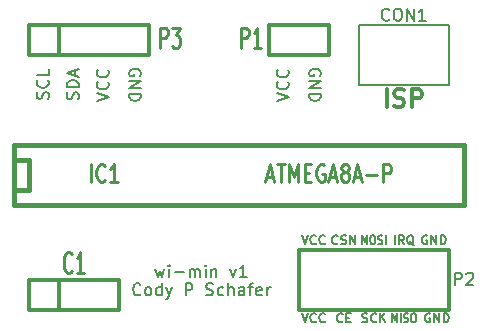
<source format=gto>
G04 (created by PCBNEW (2013-04-19 BZR 4011)-stable) date 5/10/2013 9:41:03 PM*
%MOIN*%
G04 Gerber Fmt 3.4, Leading zero omitted, Abs format*
%FSLAX34Y34*%
G01*
G70*
G90*
G04 APERTURE LIST*
%ADD10C,0.006*%
%ADD11C,0.005*%
%ADD12C,0.011811*%
%ADD13C,0.012*%
%ADD14C,0.015*%
%ADD15C,0.008*%
%ADD16C,0.0107*%
%ADD17C,0.01125*%
%ADD18C,0.0106*%
G04 APERTURE END LIST*
G54D10*
G54D11*
X77216Y-47145D02*
X77292Y-47411D01*
X77369Y-47221D01*
X77445Y-47411D01*
X77521Y-47145D01*
X77673Y-47411D02*
X77673Y-47145D01*
X77673Y-47011D02*
X77654Y-47030D01*
X77673Y-47050D01*
X77692Y-47030D01*
X77673Y-47011D01*
X77673Y-47050D01*
X77864Y-47259D02*
X78169Y-47259D01*
X78359Y-47411D02*
X78359Y-47145D01*
X78359Y-47183D02*
X78378Y-47164D01*
X78416Y-47145D01*
X78473Y-47145D01*
X78511Y-47164D01*
X78530Y-47202D01*
X78530Y-47411D01*
X78530Y-47202D02*
X78550Y-47164D01*
X78588Y-47145D01*
X78645Y-47145D01*
X78683Y-47164D01*
X78702Y-47202D01*
X78702Y-47411D01*
X78892Y-47411D02*
X78892Y-47145D01*
X78892Y-47011D02*
X78873Y-47030D01*
X78892Y-47050D01*
X78911Y-47030D01*
X78892Y-47011D01*
X78892Y-47050D01*
X79083Y-47145D02*
X79083Y-47411D01*
X79083Y-47183D02*
X79102Y-47164D01*
X79140Y-47145D01*
X79197Y-47145D01*
X79235Y-47164D01*
X79254Y-47202D01*
X79254Y-47411D01*
X79711Y-47145D02*
X79807Y-47411D01*
X79902Y-47145D01*
X80264Y-47411D02*
X80035Y-47411D01*
X80150Y-47411D02*
X80150Y-47011D01*
X80111Y-47069D01*
X80073Y-47107D01*
X80035Y-47126D01*
X76721Y-47983D02*
X76702Y-48002D01*
X76645Y-48021D01*
X76607Y-48021D01*
X76550Y-48002D01*
X76511Y-47964D01*
X76492Y-47926D01*
X76473Y-47850D01*
X76473Y-47793D01*
X76492Y-47717D01*
X76511Y-47679D01*
X76550Y-47640D01*
X76607Y-47621D01*
X76645Y-47621D01*
X76702Y-47640D01*
X76721Y-47660D01*
X76950Y-48021D02*
X76911Y-48002D01*
X76892Y-47983D01*
X76873Y-47945D01*
X76873Y-47831D01*
X76892Y-47793D01*
X76911Y-47774D01*
X76950Y-47755D01*
X77007Y-47755D01*
X77045Y-47774D01*
X77064Y-47793D01*
X77083Y-47831D01*
X77083Y-47945D01*
X77064Y-47983D01*
X77045Y-48002D01*
X77007Y-48021D01*
X76950Y-48021D01*
X77426Y-48021D02*
X77426Y-47621D01*
X77426Y-48002D02*
X77388Y-48021D01*
X77311Y-48021D01*
X77273Y-48002D01*
X77254Y-47983D01*
X77235Y-47945D01*
X77235Y-47831D01*
X77254Y-47793D01*
X77273Y-47774D01*
X77311Y-47755D01*
X77388Y-47755D01*
X77426Y-47774D01*
X77578Y-47755D02*
X77673Y-48021D01*
X77769Y-47755D02*
X77673Y-48021D01*
X77635Y-48117D01*
X77616Y-48136D01*
X77578Y-48155D01*
X78226Y-48021D02*
X78226Y-47621D01*
X78378Y-47621D01*
X78416Y-47640D01*
X78435Y-47660D01*
X78454Y-47698D01*
X78454Y-47755D01*
X78435Y-47793D01*
X78416Y-47812D01*
X78378Y-47831D01*
X78226Y-47831D01*
X78911Y-48002D02*
X78969Y-48021D01*
X79064Y-48021D01*
X79102Y-48002D01*
X79121Y-47983D01*
X79140Y-47945D01*
X79140Y-47907D01*
X79121Y-47869D01*
X79102Y-47850D01*
X79064Y-47831D01*
X78988Y-47812D01*
X78950Y-47793D01*
X78930Y-47774D01*
X78911Y-47736D01*
X78911Y-47698D01*
X78930Y-47660D01*
X78950Y-47640D01*
X78988Y-47621D01*
X79083Y-47621D01*
X79140Y-47640D01*
X79483Y-48002D02*
X79445Y-48021D01*
X79369Y-48021D01*
X79330Y-48002D01*
X79311Y-47983D01*
X79292Y-47945D01*
X79292Y-47831D01*
X79311Y-47793D01*
X79330Y-47774D01*
X79369Y-47755D01*
X79445Y-47755D01*
X79483Y-47774D01*
X79654Y-48021D02*
X79654Y-47621D01*
X79826Y-48021D02*
X79826Y-47812D01*
X79807Y-47774D01*
X79769Y-47755D01*
X79711Y-47755D01*
X79673Y-47774D01*
X79654Y-47793D01*
X80188Y-48021D02*
X80188Y-47812D01*
X80169Y-47774D01*
X80130Y-47755D01*
X80054Y-47755D01*
X80016Y-47774D01*
X80188Y-48002D02*
X80150Y-48021D01*
X80054Y-48021D01*
X80016Y-48002D01*
X79997Y-47964D01*
X79997Y-47926D01*
X80016Y-47888D01*
X80054Y-47869D01*
X80150Y-47869D01*
X80188Y-47850D01*
X80321Y-47755D02*
X80473Y-47755D01*
X80378Y-48021D02*
X80378Y-47679D01*
X80397Y-47640D01*
X80435Y-47621D01*
X80473Y-47621D01*
X80759Y-48002D02*
X80721Y-48021D01*
X80645Y-48021D01*
X80607Y-48002D01*
X80588Y-47964D01*
X80588Y-47812D01*
X80607Y-47774D01*
X80645Y-47755D01*
X80721Y-47755D01*
X80759Y-47774D01*
X80778Y-47812D01*
X80778Y-47850D01*
X80588Y-47888D01*
X80950Y-48021D02*
X80950Y-47755D01*
X80950Y-47831D02*
X80969Y-47793D01*
X80988Y-47774D01*
X81026Y-47755D01*
X81064Y-47755D01*
X83292Y-46292D02*
X83278Y-46307D01*
X83235Y-46321D01*
X83207Y-46321D01*
X83164Y-46307D01*
X83135Y-46278D01*
X83121Y-46250D01*
X83107Y-46192D01*
X83107Y-46150D01*
X83121Y-46092D01*
X83135Y-46064D01*
X83164Y-46035D01*
X83207Y-46021D01*
X83235Y-46021D01*
X83278Y-46035D01*
X83292Y-46050D01*
X83407Y-46307D02*
X83450Y-46321D01*
X83521Y-46321D01*
X83550Y-46307D01*
X83564Y-46292D01*
X83578Y-46264D01*
X83578Y-46235D01*
X83564Y-46207D01*
X83550Y-46192D01*
X83521Y-46178D01*
X83464Y-46164D01*
X83435Y-46150D01*
X83421Y-46135D01*
X83407Y-46107D01*
X83407Y-46078D01*
X83421Y-46050D01*
X83435Y-46035D01*
X83464Y-46021D01*
X83535Y-46021D01*
X83578Y-46035D01*
X83707Y-46321D02*
X83707Y-46021D01*
X83878Y-46321D01*
X83878Y-46021D01*
X84107Y-46321D02*
X84107Y-46021D01*
X84190Y-46235D01*
X84273Y-46021D01*
X84273Y-46321D01*
X84440Y-46021D02*
X84488Y-46021D01*
X84511Y-46035D01*
X84535Y-46064D01*
X84547Y-46121D01*
X84547Y-46221D01*
X84535Y-46278D01*
X84511Y-46307D01*
X84488Y-46321D01*
X84440Y-46321D01*
X84416Y-46307D01*
X84392Y-46278D01*
X84380Y-46221D01*
X84380Y-46121D01*
X84392Y-46064D01*
X84416Y-46035D01*
X84440Y-46021D01*
X84642Y-46307D02*
X84678Y-46321D01*
X84738Y-46321D01*
X84761Y-46307D01*
X84773Y-46292D01*
X84785Y-46264D01*
X84785Y-46235D01*
X84773Y-46207D01*
X84761Y-46192D01*
X84738Y-46178D01*
X84690Y-46164D01*
X84666Y-46150D01*
X84654Y-46135D01*
X84642Y-46107D01*
X84642Y-46078D01*
X84654Y-46050D01*
X84666Y-46035D01*
X84690Y-46021D01*
X84750Y-46021D01*
X84785Y-46035D01*
X84892Y-46321D02*
X84892Y-46021D01*
X85192Y-46321D02*
X85192Y-46021D01*
X85507Y-46321D02*
X85407Y-46178D01*
X85335Y-46321D02*
X85335Y-46021D01*
X85450Y-46021D01*
X85478Y-46035D01*
X85492Y-46050D01*
X85507Y-46078D01*
X85507Y-46121D01*
X85492Y-46150D01*
X85478Y-46164D01*
X85450Y-46178D01*
X85335Y-46178D01*
X85835Y-46350D02*
X85807Y-46335D01*
X85778Y-46307D01*
X85735Y-46264D01*
X85707Y-46250D01*
X85678Y-46250D01*
X85692Y-46321D02*
X85664Y-46307D01*
X85635Y-46278D01*
X85621Y-46221D01*
X85621Y-46121D01*
X85635Y-46064D01*
X85664Y-46035D01*
X85692Y-46021D01*
X85750Y-46021D01*
X85778Y-46035D01*
X85807Y-46064D01*
X85821Y-46121D01*
X85821Y-46221D01*
X85807Y-46278D01*
X85778Y-46307D01*
X85750Y-46321D01*
X85692Y-46321D01*
X86271Y-46035D02*
X86242Y-46021D01*
X86200Y-46021D01*
X86157Y-46035D01*
X86128Y-46064D01*
X86114Y-46092D01*
X86100Y-46150D01*
X86100Y-46192D01*
X86114Y-46250D01*
X86128Y-46278D01*
X86157Y-46307D01*
X86200Y-46321D01*
X86228Y-46321D01*
X86271Y-46307D01*
X86285Y-46292D01*
X86285Y-46192D01*
X86228Y-46192D01*
X86414Y-46321D02*
X86414Y-46021D01*
X86585Y-46321D01*
X86585Y-46021D01*
X86728Y-46321D02*
X86728Y-46021D01*
X86800Y-46021D01*
X86842Y-46035D01*
X86871Y-46064D01*
X86885Y-46092D01*
X86900Y-46150D01*
X86900Y-46192D01*
X86885Y-46250D01*
X86871Y-46278D01*
X86842Y-46307D01*
X86800Y-46321D01*
X86728Y-46321D01*
X86371Y-48635D02*
X86342Y-48621D01*
X86300Y-48621D01*
X86257Y-48635D01*
X86228Y-48664D01*
X86214Y-48692D01*
X86200Y-48750D01*
X86200Y-48792D01*
X86214Y-48850D01*
X86228Y-48878D01*
X86257Y-48907D01*
X86300Y-48921D01*
X86328Y-48921D01*
X86371Y-48907D01*
X86385Y-48892D01*
X86385Y-48792D01*
X86328Y-48792D01*
X86514Y-48921D02*
X86514Y-48621D01*
X86685Y-48921D01*
X86685Y-48621D01*
X86828Y-48921D02*
X86828Y-48621D01*
X86900Y-48621D01*
X86942Y-48635D01*
X86971Y-48664D01*
X86985Y-48692D01*
X87000Y-48750D01*
X87000Y-48792D01*
X86985Y-48850D01*
X86971Y-48878D01*
X86942Y-48907D01*
X86900Y-48921D01*
X86828Y-48921D01*
X85107Y-48921D02*
X85107Y-48621D01*
X85190Y-48835D01*
X85273Y-48621D01*
X85273Y-48921D01*
X85392Y-48921D02*
X85392Y-48621D01*
X85500Y-48907D02*
X85535Y-48921D01*
X85595Y-48921D01*
X85619Y-48907D01*
X85630Y-48892D01*
X85642Y-48864D01*
X85642Y-48835D01*
X85630Y-48807D01*
X85619Y-48792D01*
X85595Y-48778D01*
X85547Y-48764D01*
X85523Y-48750D01*
X85511Y-48735D01*
X85500Y-48707D01*
X85500Y-48678D01*
X85511Y-48650D01*
X85523Y-48635D01*
X85547Y-48621D01*
X85607Y-48621D01*
X85642Y-48635D01*
X85797Y-48621D02*
X85845Y-48621D01*
X85869Y-48635D01*
X85892Y-48664D01*
X85904Y-48721D01*
X85904Y-48821D01*
X85892Y-48878D01*
X85869Y-48907D01*
X85845Y-48921D01*
X85797Y-48921D01*
X85773Y-48907D01*
X85750Y-48878D01*
X85738Y-48821D01*
X85738Y-48721D01*
X85750Y-48664D01*
X85773Y-48635D01*
X85797Y-48621D01*
X83457Y-48892D02*
X83442Y-48907D01*
X83400Y-48921D01*
X83371Y-48921D01*
X83328Y-48907D01*
X83300Y-48878D01*
X83285Y-48850D01*
X83271Y-48792D01*
X83271Y-48750D01*
X83285Y-48692D01*
X83300Y-48664D01*
X83328Y-48635D01*
X83371Y-48621D01*
X83400Y-48621D01*
X83442Y-48635D01*
X83457Y-48650D01*
X83585Y-48764D02*
X83685Y-48764D01*
X83728Y-48921D02*
X83585Y-48921D01*
X83585Y-48621D01*
X83728Y-48621D01*
X84114Y-48907D02*
X84157Y-48921D01*
X84228Y-48921D01*
X84257Y-48907D01*
X84271Y-48892D01*
X84285Y-48864D01*
X84285Y-48835D01*
X84271Y-48807D01*
X84257Y-48792D01*
X84228Y-48778D01*
X84171Y-48764D01*
X84142Y-48750D01*
X84128Y-48735D01*
X84114Y-48707D01*
X84114Y-48678D01*
X84128Y-48650D01*
X84142Y-48635D01*
X84171Y-48621D01*
X84242Y-48621D01*
X84285Y-48635D01*
X84585Y-48892D02*
X84571Y-48907D01*
X84528Y-48921D01*
X84500Y-48921D01*
X84457Y-48907D01*
X84428Y-48878D01*
X84414Y-48850D01*
X84400Y-48792D01*
X84400Y-48750D01*
X84414Y-48692D01*
X84428Y-48664D01*
X84457Y-48635D01*
X84500Y-48621D01*
X84528Y-48621D01*
X84571Y-48635D01*
X84585Y-48650D01*
X84714Y-48921D02*
X84714Y-48621D01*
X84885Y-48921D02*
X84757Y-48750D01*
X84885Y-48621D02*
X84714Y-48792D01*
X82100Y-48621D02*
X82200Y-48921D01*
X82300Y-48621D01*
X82571Y-48892D02*
X82557Y-48907D01*
X82514Y-48921D01*
X82485Y-48921D01*
X82442Y-48907D01*
X82414Y-48878D01*
X82400Y-48850D01*
X82385Y-48792D01*
X82385Y-48750D01*
X82400Y-48692D01*
X82414Y-48664D01*
X82442Y-48635D01*
X82485Y-48621D01*
X82514Y-48621D01*
X82557Y-48635D01*
X82571Y-48650D01*
X82871Y-48892D02*
X82857Y-48907D01*
X82814Y-48921D01*
X82785Y-48921D01*
X82742Y-48907D01*
X82714Y-48878D01*
X82700Y-48850D01*
X82685Y-48792D01*
X82685Y-48750D01*
X82700Y-48692D01*
X82714Y-48664D01*
X82742Y-48635D01*
X82785Y-48621D01*
X82814Y-48621D01*
X82857Y-48635D01*
X82871Y-48650D01*
X82100Y-46021D02*
X82200Y-46321D01*
X82300Y-46021D01*
X82571Y-46292D02*
X82557Y-46307D01*
X82514Y-46321D01*
X82485Y-46321D01*
X82442Y-46307D01*
X82414Y-46278D01*
X82400Y-46250D01*
X82385Y-46192D01*
X82385Y-46150D01*
X82400Y-46092D01*
X82414Y-46064D01*
X82442Y-46035D01*
X82485Y-46021D01*
X82514Y-46021D01*
X82557Y-46035D01*
X82571Y-46050D01*
X82871Y-46292D02*
X82857Y-46307D01*
X82814Y-46321D01*
X82785Y-46321D01*
X82742Y-46307D01*
X82714Y-46278D01*
X82700Y-46250D01*
X82685Y-46192D01*
X82685Y-46150D01*
X82700Y-46092D01*
X82714Y-46064D01*
X82742Y-46035D01*
X82785Y-46021D01*
X82814Y-46021D01*
X82857Y-46035D01*
X82871Y-46050D01*
G54D12*
X84923Y-41739D02*
X84923Y-41148D01*
X85176Y-41710D02*
X85260Y-41739D01*
X85401Y-41739D01*
X85457Y-41710D01*
X85485Y-41682D01*
X85514Y-41626D01*
X85514Y-41570D01*
X85485Y-41514D01*
X85457Y-41485D01*
X85401Y-41457D01*
X85289Y-41429D01*
X85232Y-41401D01*
X85204Y-41373D01*
X85176Y-41317D01*
X85176Y-41260D01*
X85204Y-41204D01*
X85232Y-41176D01*
X85289Y-41148D01*
X85429Y-41148D01*
X85514Y-41176D01*
X85767Y-41739D02*
X85767Y-41148D01*
X85992Y-41148D01*
X86048Y-41176D01*
X86076Y-41204D01*
X86104Y-41260D01*
X86104Y-41345D01*
X86076Y-41401D01*
X86048Y-41429D01*
X85992Y-41457D01*
X85767Y-41457D01*
G54D11*
X82719Y-40695D02*
X82738Y-40657D01*
X82738Y-40600D01*
X82719Y-40542D01*
X82680Y-40504D01*
X82642Y-40485D01*
X82566Y-40466D01*
X82509Y-40466D01*
X82433Y-40485D01*
X82395Y-40504D01*
X82357Y-40542D01*
X82338Y-40600D01*
X82338Y-40638D01*
X82357Y-40695D01*
X82376Y-40714D01*
X82509Y-40714D01*
X82509Y-40638D01*
X82338Y-40885D02*
X82738Y-40885D01*
X82338Y-41114D01*
X82738Y-41114D01*
X82338Y-41304D02*
X82738Y-41304D01*
X82738Y-41400D01*
X82719Y-41457D01*
X82680Y-41495D01*
X82642Y-41514D01*
X82566Y-41533D01*
X82509Y-41533D01*
X82433Y-41514D01*
X82395Y-41495D01*
X82357Y-41457D01*
X82338Y-41400D01*
X82338Y-41304D01*
X81261Y-41533D02*
X81661Y-41399D01*
X81261Y-41266D01*
X81623Y-40904D02*
X81642Y-40923D01*
X81661Y-40980D01*
X81661Y-41019D01*
X81642Y-41076D01*
X81604Y-41114D01*
X81566Y-41133D01*
X81490Y-41152D01*
X81433Y-41152D01*
X81357Y-41133D01*
X81319Y-41114D01*
X81280Y-41076D01*
X81261Y-41019D01*
X81261Y-40980D01*
X81280Y-40923D01*
X81300Y-40904D01*
X81623Y-40504D02*
X81642Y-40523D01*
X81661Y-40580D01*
X81661Y-40619D01*
X81642Y-40676D01*
X81604Y-40714D01*
X81566Y-40733D01*
X81490Y-40752D01*
X81433Y-40752D01*
X81357Y-40733D01*
X81319Y-40714D01*
X81280Y-40676D01*
X81261Y-40619D01*
X81261Y-40580D01*
X81280Y-40523D01*
X81300Y-40504D01*
X76719Y-40695D02*
X76738Y-40657D01*
X76738Y-40600D01*
X76719Y-40542D01*
X76680Y-40504D01*
X76642Y-40485D01*
X76566Y-40466D01*
X76509Y-40466D01*
X76433Y-40485D01*
X76395Y-40504D01*
X76357Y-40542D01*
X76338Y-40600D01*
X76338Y-40638D01*
X76357Y-40695D01*
X76376Y-40714D01*
X76509Y-40714D01*
X76509Y-40638D01*
X76338Y-40885D02*
X76738Y-40885D01*
X76338Y-41114D01*
X76738Y-41114D01*
X76338Y-41304D02*
X76738Y-41304D01*
X76738Y-41400D01*
X76719Y-41457D01*
X76680Y-41495D01*
X76642Y-41514D01*
X76566Y-41533D01*
X76509Y-41533D01*
X76433Y-41514D01*
X76395Y-41495D01*
X76357Y-41457D01*
X76338Y-41400D01*
X76338Y-41304D01*
X75261Y-41533D02*
X75661Y-41399D01*
X75261Y-41266D01*
X75623Y-40904D02*
X75642Y-40923D01*
X75661Y-40980D01*
X75661Y-41019D01*
X75642Y-41076D01*
X75604Y-41114D01*
X75566Y-41133D01*
X75490Y-41152D01*
X75433Y-41152D01*
X75357Y-41133D01*
X75319Y-41114D01*
X75280Y-41076D01*
X75261Y-41019D01*
X75261Y-40980D01*
X75280Y-40923D01*
X75300Y-40904D01*
X75623Y-40504D02*
X75642Y-40523D01*
X75661Y-40580D01*
X75661Y-40619D01*
X75642Y-40676D01*
X75604Y-40714D01*
X75566Y-40733D01*
X75490Y-40752D01*
X75433Y-40752D01*
X75357Y-40733D01*
X75319Y-40714D01*
X75280Y-40676D01*
X75261Y-40619D01*
X75261Y-40580D01*
X75280Y-40523D01*
X75300Y-40504D01*
X74642Y-41485D02*
X74661Y-41428D01*
X74661Y-41333D01*
X74642Y-41295D01*
X74623Y-41276D01*
X74585Y-41257D01*
X74547Y-41257D01*
X74509Y-41276D01*
X74490Y-41295D01*
X74471Y-41333D01*
X74452Y-41409D01*
X74433Y-41447D01*
X74414Y-41466D01*
X74376Y-41485D01*
X74338Y-41485D01*
X74300Y-41466D01*
X74280Y-41447D01*
X74261Y-41409D01*
X74261Y-41314D01*
X74280Y-41257D01*
X74661Y-41085D02*
X74261Y-41085D01*
X74261Y-40990D01*
X74280Y-40933D01*
X74319Y-40895D01*
X74357Y-40876D01*
X74433Y-40857D01*
X74490Y-40857D01*
X74566Y-40876D01*
X74604Y-40895D01*
X74642Y-40933D01*
X74661Y-40990D01*
X74661Y-41085D01*
X74547Y-40704D02*
X74547Y-40514D01*
X74661Y-40742D02*
X74261Y-40609D01*
X74661Y-40476D01*
X73642Y-41476D02*
X73661Y-41419D01*
X73661Y-41323D01*
X73642Y-41285D01*
X73623Y-41266D01*
X73585Y-41247D01*
X73547Y-41247D01*
X73509Y-41266D01*
X73490Y-41285D01*
X73471Y-41323D01*
X73452Y-41399D01*
X73433Y-41438D01*
X73414Y-41457D01*
X73376Y-41476D01*
X73338Y-41476D01*
X73300Y-41457D01*
X73280Y-41438D01*
X73261Y-41399D01*
X73261Y-41304D01*
X73280Y-41247D01*
X73623Y-40847D02*
X73642Y-40866D01*
X73661Y-40923D01*
X73661Y-40961D01*
X73642Y-41019D01*
X73604Y-41057D01*
X73566Y-41076D01*
X73490Y-41095D01*
X73433Y-41095D01*
X73357Y-41076D01*
X73319Y-41057D01*
X73280Y-41019D01*
X73261Y-40961D01*
X73261Y-40923D01*
X73280Y-40866D01*
X73300Y-40847D01*
X73661Y-40485D02*
X73661Y-40676D01*
X73261Y-40676D01*
G54D13*
X73000Y-39000D02*
X73000Y-39000D01*
X73000Y-40000D02*
X73000Y-39000D01*
X73000Y-39000D02*
X73000Y-39000D01*
X73000Y-39000D02*
X77000Y-39000D01*
X77000Y-39000D02*
X77000Y-40000D01*
X77000Y-40000D02*
X73000Y-40000D01*
X74000Y-40000D02*
X74000Y-39000D01*
X81000Y-40000D02*
X81000Y-39000D01*
X81000Y-39000D02*
X83000Y-39000D01*
X83000Y-39000D02*
X83000Y-40000D01*
X83000Y-40000D02*
X81000Y-40000D01*
X82000Y-46500D02*
X87000Y-46500D01*
X87000Y-46500D02*
X87000Y-48500D01*
X87000Y-48500D02*
X82000Y-48500D01*
X82000Y-48500D02*
X82000Y-46500D01*
G54D14*
X72500Y-43000D02*
X87500Y-43000D01*
X87500Y-43000D02*
X87500Y-45000D01*
X87500Y-45000D02*
X72500Y-45000D01*
X72500Y-45000D02*
X72500Y-43000D01*
X72500Y-43500D02*
X73000Y-43500D01*
X73000Y-43500D02*
X73000Y-44500D01*
X73000Y-44500D02*
X72500Y-44500D01*
G54D15*
X87000Y-41000D02*
X84000Y-41000D01*
X84000Y-39000D02*
X87000Y-39000D01*
X87000Y-39000D02*
X87000Y-41000D01*
X84000Y-41000D02*
X84000Y-39000D01*
G54D13*
X73000Y-48500D02*
X73000Y-47500D01*
X73000Y-47500D02*
X76000Y-47500D01*
X76000Y-47500D02*
X76000Y-48500D01*
X76000Y-48500D02*
X73000Y-48500D01*
X74000Y-47500D02*
X74000Y-48500D01*
G54D16*
X77384Y-39776D02*
X77384Y-39093D01*
X77547Y-39093D01*
X77587Y-39125D01*
X77608Y-39158D01*
X77628Y-39223D01*
X77628Y-39321D01*
X77608Y-39386D01*
X77587Y-39418D01*
X77547Y-39451D01*
X77384Y-39451D01*
X77771Y-39093D02*
X78036Y-39093D01*
X77893Y-39353D01*
X77954Y-39353D01*
X77995Y-39386D01*
X78015Y-39418D01*
X78036Y-39483D01*
X78036Y-39646D01*
X78015Y-39711D01*
X77995Y-39743D01*
X77954Y-39776D01*
X77832Y-39776D01*
X77791Y-39743D01*
X77771Y-39711D01*
G54D13*
G54D16*
X80084Y-39775D02*
X80084Y-39094D01*
X80247Y-39094D01*
X80287Y-39127D01*
X80308Y-39159D01*
X80328Y-39224D01*
X80328Y-39321D01*
X80308Y-39386D01*
X80287Y-39418D01*
X80247Y-39451D01*
X80084Y-39451D01*
X80736Y-39775D02*
X80491Y-39775D01*
X80614Y-39775D02*
X80614Y-39094D01*
X80573Y-39191D01*
X80532Y-39256D01*
X80491Y-39289D01*
G54D13*
G54D15*
X87204Y-47661D02*
X87204Y-47261D01*
X87357Y-47261D01*
X87395Y-47280D01*
X87414Y-47300D01*
X87433Y-47338D01*
X87433Y-47395D01*
X87414Y-47433D01*
X87395Y-47452D01*
X87357Y-47471D01*
X87204Y-47471D01*
X87585Y-47300D02*
X87604Y-47280D01*
X87642Y-47261D01*
X87738Y-47261D01*
X87776Y-47280D01*
X87795Y-47300D01*
X87814Y-47338D01*
X87814Y-47376D01*
X87795Y-47433D01*
X87566Y-47661D01*
X87814Y-47661D01*
G54D17*
X75060Y-44242D02*
X75060Y-43642D01*
X75532Y-44185D02*
X75510Y-44214D01*
X75446Y-44242D01*
X75403Y-44242D01*
X75339Y-44214D01*
X75296Y-44157D01*
X75275Y-44100D01*
X75253Y-43985D01*
X75253Y-43900D01*
X75275Y-43785D01*
X75296Y-43728D01*
X75339Y-43671D01*
X75403Y-43642D01*
X75446Y-43642D01*
X75510Y-43671D01*
X75532Y-43700D01*
X75960Y-44242D02*
X75703Y-44242D01*
X75832Y-44242D02*
X75832Y-43642D01*
X75789Y-43728D01*
X75746Y-43785D01*
X75703Y-43814D01*
G54D13*
G54D17*
X80932Y-44071D02*
X81146Y-44071D01*
X80889Y-44242D02*
X81039Y-43642D01*
X81189Y-44242D01*
X81275Y-43642D02*
X81532Y-43642D01*
X81403Y-44242D02*
X81403Y-43642D01*
X81682Y-44242D02*
X81682Y-43642D01*
X81832Y-44071D01*
X81982Y-43642D01*
X81982Y-44242D01*
X82196Y-43928D02*
X82346Y-43928D01*
X82410Y-44242D02*
X82196Y-44242D01*
X82196Y-43642D01*
X82410Y-43642D01*
X82839Y-43671D02*
X82796Y-43642D01*
X82732Y-43642D01*
X82667Y-43671D01*
X82625Y-43728D01*
X82603Y-43785D01*
X82582Y-43900D01*
X82582Y-43985D01*
X82603Y-44100D01*
X82625Y-44157D01*
X82667Y-44214D01*
X82732Y-44242D01*
X82775Y-44242D01*
X82839Y-44214D01*
X82860Y-44185D01*
X82860Y-43985D01*
X82775Y-43985D01*
X83032Y-44071D02*
X83246Y-44071D01*
X82989Y-44242D02*
X83139Y-43642D01*
X83289Y-44242D01*
X83503Y-43900D02*
X83460Y-43871D01*
X83439Y-43842D01*
X83417Y-43785D01*
X83417Y-43757D01*
X83439Y-43700D01*
X83460Y-43671D01*
X83503Y-43642D01*
X83589Y-43642D01*
X83632Y-43671D01*
X83653Y-43700D01*
X83675Y-43757D01*
X83675Y-43785D01*
X83653Y-43842D01*
X83632Y-43871D01*
X83589Y-43900D01*
X83503Y-43900D01*
X83460Y-43928D01*
X83439Y-43957D01*
X83417Y-44014D01*
X83417Y-44128D01*
X83439Y-44185D01*
X83460Y-44214D01*
X83503Y-44242D01*
X83589Y-44242D01*
X83632Y-44214D01*
X83653Y-44185D01*
X83675Y-44128D01*
X83675Y-44014D01*
X83653Y-43957D01*
X83632Y-43928D01*
X83589Y-43900D01*
X83846Y-44071D02*
X84060Y-44071D01*
X83803Y-44242D02*
X83953Y-43642D01*
X84103Y-44242D01*
X84253Y-44014D02*
X84596Y-44014D01*
X84810Y-44242D02*
X84810Y-43642D01*
X84982Y-43642D01*
X85025Y-43671D01*
X85046Y-43700D01*
X85067Y-43757D01*
X85067Y-43842D01*
X85046Y-43900D01*
X85025Y-43928D01*
X84982Y-43957D01*
X84810Y-43957D01*
G54D13*
G54D15*
X85014Y-38823D02*
X84995Y-38842D01*
X84938Y-38861D01*
X84900Y-38861D01*
X84842Y-38842D01*
X84804Y-38804D01*
X84785Y-38766D01*
X84766Y-38690D01*
X84766Y-38633D01*
X84785Y-38557D01*
X84804Y-38519D01*
X84842Y-38480D01*
X84900Y-38461D01*
X84938Y-38461D01*
X84995Y-38480D01*
X85014Y-38500D01*
X85261Y-38461D02*
X85338Y-38461D01*
X85376Y-38480D01*
X85414Y-38519D01*
X85433Y-38595D01*
X85433Y-38728D01*
X85414Y-38804D01*
X85376Y-38842D01*
X85338Y-38861D01*
X85261Y-38861D01*
X85223Y-38842D01*
X85185Y-38804D01*
X85166Y-38728D01*
X85166Y-38595D01*
X85185Y-38519D01*
X85223Y-38480D01*
X85261Y-38461D01*
X85604Y-38861D02*
X85604Y-38461D01*
X85833Y-38861D01*
X85833Y-38461D01*
X86233Y-38861D02*
X86004Y-38861D01*
X86119Y-38861D02*
X86119Y-38461D01*
X86080Y-38519D01*
X86042Y-38557D01*
X86004Y-38576D01*
G54D18*
X74429Y-47218D02*
X74409Y-47251D01*
X74348Y-47285D01*
X74308Y-47285D01*
X74247Y-47251D01*
X74207Y-47184D01*
X74187Y-47117D01*
X74166Y-46983D01*
X74166Y-46882D01*
X74187Y-46748D01*
X74207Y-46681D01*
X74247Y-46613D01*
X74308Y-46580D01*
X74348Y-46580D01*
X74409Y-46613D01*
X74429Y-46647D01*
X74833Y-47285D02*
X74590Y-47285D01*
X74712Y-47285D02*
X74712Y-46580D01*
X74671Y-46681D01*
X74631Y-46748D01*
X74590Y-46781D01*
G54D13*
M02*

</source>
